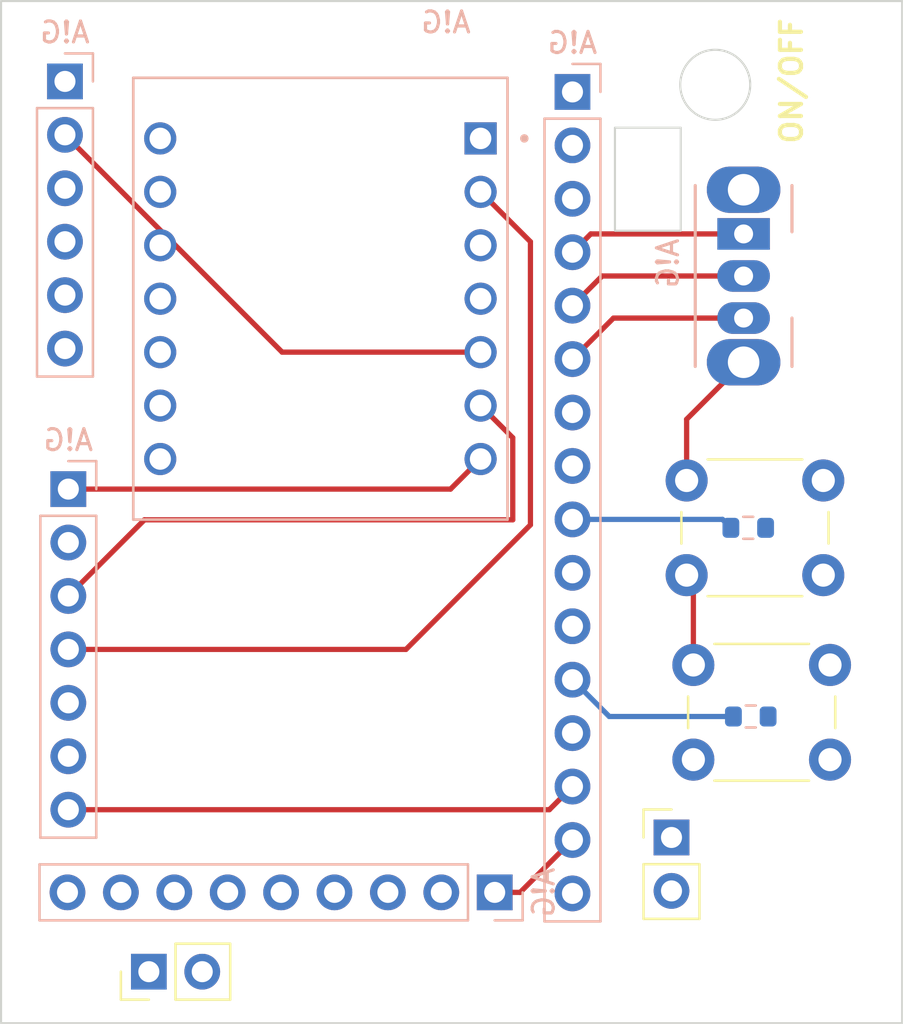
<source format=kicad_pcb>
(kicad_pcb (version 20221018) (generator pcbnew)
  (layers (0 "F.Cu" signal) (31 "B.Cu" signal) (34 "B.Paste" user) (35 "F.Paste" user) (36 "B.SilkS" user "B.Silkscreen") (37 "F.SilkS" user "F.Silkscreen") (38 "B.Mask" user) (39 "F.Mask" user) (44 "Edge.Cuts" user))
  (net 0 "")
  (footprint "Connector_PinHeader_2.54mm:PinHeader_1x02_P2.54mm_Vertical" (layer "F.Cu") (at 134.54 97.33 90)
    (fp_text reference "REF**" hide)
    (fp_text value "PinHeader_1x02_P2.54mm_Vertical" hide)
    (fp_line (start -1.33 -1.33) (end 0 -1.33) (stroke (width 0.12)) (layer "F.SilkS"))
    (fp_line (start -1.33 0) (end -1.33 -1.33) (stroke (width 0.12)) (layer "F.SilkS"))
    (fp_line (start -1.33 1.27) (end -1.33 3.87) (stroke (width 0.12)) (layer "F.SilkS"))
    (fp_line (start -1.33 1.27) (end 1.33 1.27) (stroke (width 0.12)) (layer "F.SilkS"))
    (fp_line (start -1.33 3.87) (end 1.33 3.87) (stroke (width 0.12)) (layer "F.SilkS"))
    (fp_line (start 1.33 1.27) (end 1.33 3.87) (stroke (width 0.12)) (layer "F.SilkS"))
    (pad "1" thru_hole rect (at 0 0 90) (size 1.7 1.7) (drill 1) (layers "*.Cu" "*.Mask"))
    (pad "2" thru_hole oval (at 0 2.54 90) (size 1.7 1.7) (drill 1) (layers "*.Cu" "*.Mask"))
  )
  (footprint "Button_Switch_THT:SW_PUSH_6mm_H7.3mm" (layer "F.Cu") (at 160.44 82.75)
    (fp_text reference "REF**" hide)
    (fp_text value "SW_PUSH_6mm_H7.3mm" hide)
    (fp_line (start -0.25 1.5) (end -0.25 3) (stroke (width 0.12)) (layer "F.SilkS"))
    (fp_line (start 1 5.5) (end 5.5 5.5) (stroke (width 0.12)) (layer "F.SilkS"))
    (fp_line (start 5.5 -1) (end 1 -1) (stroke (width 0.12)) (layer "F.SilkS"))
    (fp_line (start 6.75 3) (end 6.75 1.5) (stroke (width 0.12)) (layer "F.SilkS"))
    (pad "1" thru_hole circle (at 0 0 90) (size 2 2) (drill 1.1) (layers "*.Cu" "*.Mask"))
    (pad "1" thru_hole circle (at 6.5 0 90) (size 2 2) (drill 1.1) (layers "*.Cu" "*.Mask"))
    (pad "2" thru_hole circle (at 0 4.5 90) (size 2 2) (drill 1.1) (layers "*.Cu" "*.Mask"))
    (pad "2" thru_hole circle (at 6.5 4.5 90) (size 2 2) (drill 1.1) (layers "*.Cu" "*.Mask"))
  )
  (footprint "Button_Switch_THT:SW_PUSH_6mm_H7.3mm" (layer "F.Cu") (at 160.12 73.98)
    (fp_text reference "REF**" hide)
    (fp_text value "SW_PUSH_6mm_H7.3mm" hide)
    (fp_line (start -0.25 1.5) (end -0.25 3) (stroke (width 0.12)) (layer "F.SilkS"))
    (fp_line (start 1 5.5) (end 5.5 5.5) (stroke (width 0.12)) (layer "F.SilkS"))
    (fp_line (start 5.5 -1) (end 1 -1) (stroke (width 0.12)) (layer "F.SilkS"))
    (fp_line (start 6.75 3) (end 6.75 1.5) (stroke (width 0.12)) (layer "F.SilkS"))
    (pad "1" thru_hole circle (at 0 0 90) (size 2 2) (drill 1.1) (layers "*.Cu" "*.Mask"))
    (pad "1" thru_hole circle (at 6.5 0 90) (size 2 2) (drill 1.1) (layers "*.Cu" "*.Mask"))
    (pad "2" thru_hole circle (at 0 4.5 90) (size 2 2) (drill 1.1) (layers "*.Cu" "*.Mask"))
    (pad "2" thru_hole circle (at 6.5 4.5 90) (size 2 2) (drill 1.1) (layers "*.Cu" "*.Mask"))
  )
  (footprint "Connector_PinHeader_2.54mm:PinHeader_1x02_P2.54mm_Vertical" (layer "F.Cu") (at 159.4 90.95)
    (fp_text reference "REF**" hide)
    (fp_text value "PinHeader_1x02_P2.54mm_Vertical" hide)
    (fp_line (start -1.33 -1.33) (end 0 -1.33) (stroke (width 0.12)) (layer "F.SilkS"))
    (fp_line (start -1.33 0) (end -1.33 -1.33) (stroke (width 0.12)) (layer "F.SilkS"))
    (fp_line (start -1.33 1.27) (end -1.33 3.87) (stroke (width 0.12)) (layer "F.SilkS"))
    (fp_line (start -1.33 1.27) (end 1.33 1.27) (stroke (width 0.12)) (layer "F.SilkS"))
    (fp_line (start -1.33 3.87) (end 1.33 3.87) (stroke (width 0.12)) (layer "F.SilkS"))
    (fp_line (start 1.33 1.27) (end 1.33 3.87) (stroke (width 0.12)) (layer "F.SilkS"))
    (pad "1" thru_hole rect (at 0 0) (size 1.7 1.7) (drill 1) (layers "*.Cu" "*.Mask"))
    (pad "2" thru_hole oval (at 0 2.54) (size 1.7 1.7) (drill 1) (layers "*.Cu" "*.Mask"))
  )
  (footprint "Connector_PinHeader_2.54mm:PinHeader_1x16_P2.54mm_Vertical" (layer "B.Cu") (at 154.69 55.51 180)
    (fp_text reference "A!G" (at 0 2.33) (layer "B.SilkS") (effects (justify mirror)))
    (fp_text value "PinHeader_1x16_P2.54mm_Vertical" hide)
    (fp_line (start -1.33 -39.43) (end 1.33 -39.43) (stroke (width 0.12)) (layer "B.SilkS"))
    (fp_line (start -1.33 -1.27) (end -1.33 -39.43) (stroke (width 0.12)) (layer "B.SilkS"))
    (fp_line (start -1.33 -1.27) (end 1.33 -1.27) (stroke (width 0.12)) (layer "B.SilkS"))
    (fp_line (start -1.33 0) (end -1.33 1.33) (stroke (width 0.12)) (layer "B.SilkS"))
    (fp_line (start -1.33 1.33) (end 0 1.33) (stroke (width 0.12)) (layer "B.SilkS"))
    (fp_line (start 1.33 -1.27) (end 1.33 -39.43) (stroke (width 0.12)) (layer "B.SilkS"))
    (pad "1" thru_hole rect (at 0 0 180) (size 1.7 1.7) (drill 1) (layers "*.Cu" "*.Mask"))
    (pad "2" thru_hole oval (at 0 -2.54 180) (size 1.7 1.7) (drill 1) (layers "*.Cu" "*.Mask"))
    (pad "3" thru_hole oval (at 0 -5.08 180) (size 1.7 1.7) (drill 1) (layers "*.Cu" "*.Mask"))
    (pad "4" thru_hole oval (at 0 -7.62 180) (size 1.7 1.7) (drill 1) (layers "*.Cu" "*.Mask"))
    (pad "5" thru_hole oval (at 0 -10.16 180) (size 1.7 1.7) (drill 1) (layers "*.Cu" "*.Mask"))
    (pad "6" thru_hole oval (at 0 -12.7 180) (size 1.7 1.7) (drill 1) (layers "*.Cu" "*.Mask"))
    (pad "7" thru_hole oval (at 0 -15.24 180) (size 1.7 1.7) (drill 1) (layers "*.Cu" "*.Mask"))
    (pad "8" thru_hole oval (at 0 -17.78 180) (size 1.7 1.7) (drill 1) (layers "*.Cu" "*.Mask"))
    (pad "9" thru_hole oval (at 0 -20.32 180) (size 1.7 1.7) (drill 1) (layers "*.Cu" "*.Mask"))
    (pad "10" thru_hole oval (at 0 -22.86 180) (size 1.7 1.7) (drill 1) (layers "*.Cu" "*.Mask"))
    (pad "11" thru_hole oval (at 0 -25.4 180) (size 1.7 1.7) (drill 1) (layers "*.Cu" "*.Mask"))
    (pad "12" thru_hole oval (at 0 -27.94 180) (size 1.7 1.7) (drill 1) (layers "*.Cu" "*.Mask"))
    (pad "13" thru_hole oval (at 0 -30.48 180) (size 1.7 1.7) (drill 1) (layers "*.Cu" "*.Mask"))
    (pad "14" thru_hole oval (at 0 -33.02 180) (size 1.7 1.7) (drill 1) (layers "*.Cu" "*.Mask"))
    (pad "15" thru_hole oval (at 0 -35.56 180) (size 1.7 1.7) (drill 1) (layers "*.Cu" "*.Mask"))
    (pad "16" thru_hole oval (at 0 -38.1 180) (size 1.7 1.7) (drill 1) (layers "*.Cu" "*.Mask"))
  )
  (footprint "Connector_PinHeader_2.54mm:PinHeader_1x09_P2.54mm_Vertical" (layer "B.Cu") (at 150.99 93.56 90)
    (fp_text reference "A!G" (at 0 2.33 90) (layer "B.SilkS") (effects (justify mirror)))
    (fp_text value "PinHeader_1x09_P2.54mm_Vertical" hide)
    (fp_line (start -1.33 -21.65) (end 1.33 -21.65) (stroke (width 0.12)) (layer "B.SilkS"))
    (fp_line (start -1.33 -1.27) (end -1.33 -21.65) (stroke (width 0.12)) (layer "B.SilkS"))
    (fp_line (start -1.33 -1.27) (end 1.33 -1.27) (stroke (width 0.12)) (layer "B.SilkS"))
    (fp_line (start -1.33 0) (end -1.33 1.33) (stroke (width 0.12)) (layer "B.SilkS"))
    (fp_line (start -1.33 1.33) (end 0 1.33) (stroke (width 0.12)) (layer "B.SilkS"))
    (fp_line (start 1.33 -1.27) (end 1.33 -21.65) (stroke (width 0.12)) (layer "B.SilkS"))
    (pad "1" thru_hole rect (at 0 0 90) (size 1.7 1.7) (drill 1) (layers "*.Cu" "*.Mask"))
    (pad "2" thru_hole oval (at 0 -2.54 90) (size 1.7 1.7) (drill 1) (layers "*.Cu" "*.Mask"))
    (pad "3" thru_hole oval (at 0 -5.08 90) (size 1.7 1.7) (drill 1) (layers "*.Cu" "*.Mask"))
    (pad "4" thru_hole oval (at 0 -7.62 90) (size 1.7 1.7) (drill 1) (layers "*.Cu" "*.Mask"))
    (pad "5" thru_hole oval (at 0 -10.16 90) (size 1.7 1.7) (drill 1) (layers "*.Cu" "*.Mask"))
    (pad "6" thru_hole oval (at 0 -12.7 90) (size 1.7 1.7) (drill 1) (layers "*.Cu" "*.Mask"))
    (pad "7" thru_hole oval (at 0 -15.24 90) (size 1.7 1.7) (drill 1) (layers "*.Cu" "*.Mask"))
    (pad "8" thru_hole oval (at 0 -17.78 90) (size 1.7 1.7) (drill 1) (layers "*.Cu" "*.Mask"))
    (pad "9" thru_hole oval (at 0 -20.32 90) (size 1.7 1.7) (drill 1) (layers "*.Cu" "*.Mask"))
  )
  (footprint "xiao esp32:MODULE_102010388" (layer "B.Cu") (at 142.7 65.34 180)
    (fp_text reference "A!G" (at -5.975 13.135) (layer "B.SilkS") (effects (justify mirror)))
    (fp_text value "MODULE_102010388" hide)
    (fp_line (start -8.9 -10.5) (end 8.9 -10.5) (stroke (width 0.127)) (layer "B.SilkS"))
    (fp_line (start -8.9 10.5) (end -8.9 -10.5) (stroke (width 0.127)) (layer "B.SilkS"))
    (fp_line (start 8.9 -10.5) (end 8.9 10.5) (stroke (width 0.127)) (layer "B.SilkS"))
    (fp_line (start 8.9 10.5) (end -8.9 10.5) (stroke (width 0.127)) (layer "B.SilkS"))
    (fp_circle (center -9.7 7.62) (end -9.6 7.62) (stroke (width 0.2)) (fill none) (layer "B.SilkS"))
    (pad "1" thru_hole rect (at -7.62 7.62 180) (size 1.53 1.53) (drill 1.02) (layers "*.Cu" "*.Mask"))
    (pad "2" thru_hole circle (at -7.62 5.08 180) (size 1.53 1.53) (drill 1.02) (layers "*.Cu" "*.Mask"))
    (pad "3" thru_hole circle (at -7.62 2.54 180) (size 1.53 1.53) (drill 1.02) (layers "*.Cu" "*.Mask"))
    (pad "4" thru_hole circle (at -7.62 0 180) (size 1.53 1.53) (drill 1.02) (layers "*.Cu" "*.Mask"))
    (pad "5" thru_hole circle (at -7.62 -2.54 180) (size 1.53 1.53) (drill 1.02) (layers "*.Cu" "*.Mask"))
    (pad "6" thru_hole circle (at -7.62 -5.08 180) (size 1.53 1.53) (drill 1.02) (layers "*.Cu" "*.Mask"))
    (pad "7" thru_hole circle (at -7.62 -7.62 180) (size 1.53 1.53) (drill 1.02) (layers "*.Cu" "*.Mask"))
    (pad "8" thru_hole circle (at 7.62 -7.62 180) (size 1.53 1.53) (drill 1.02) (layers "*.Cu" "*.Mask"))
    (pad "9" thru_hole circle (at 7.62 -5.08 180) (size 1.53 1.53) (drill 1.02) (layers "*.Cu" "*.Mask"))
    (pad "10" thru_hole circle (at 7.62 -2.54 180) (size 1.53 1.53) (drill 1.02) (layers "*.Cu" "*.Mask"))
    (pad "11" thru_hole circle (at 7.62 0 180) (size 1.53 1.53) (drill 1.02) (layers "*.Cu" "*.Mask"))
    (pad "12" thru_hole circle (at 7.62 2.54 180) (size 1.53 1.53) (drill 1.02) (layers "*.Cu" "*.Mask"))
    (pad "13" thru_hole circle (at 7.62 5.08 180) (size 1.53 1.53) (drill 1.02) (layers "*.Cu" "*.Mask"))
    (pad "14" thru_hole circle (at 7.62 7.62 180) (size 1.53 1.53) (drill 1.02) (layers "*.Cu" "*.Mask"))
  )
  (footprint "Resistor_SMD:R_0603_1608Metric" (layer "B.Cu") (at 163.17 85.2 180)
    (fp_text reference "REF**" hide)
    (fp_text value "R_0603_1608Metric" hide)
    (fp_line (start -0.237258 -0.5225) (end 0.237258 -0.5225) (stroke (width 0.12)) (layer "B.SilkS"))
    (fp_line (start -0.237258 0.5225) (end 0.237258 0.5225) (stroke (width 0.12)) (layer "B.SilkS"))
    (pad "1" smd roundrect (at -0.825 0 180) (size 0.8 0.95) (layers "B.Cu" "B.Paste" "B.Mask"))
    (pad "2" smd roundrect (at 0.825 0 180) (size 0.8 0.95) (layers "B.Cu" "B.Paste" "B.Mask"))
  )
  (footprint "Connector_PinHeader_2.54mm:PinHeader_1x06_P2.54mm_Vertical" (layer "B.Cu") (at 130.55 55.01 180)
    (fp_text reference "A!G" (at 0 2.33) (layer "B.SilkS") (effects (justify mirror)))
    (fp_text value "PinHeader_1x06_P2.54mm_Vertical" hide)
    (fp_line (start -1.33 -14.03) (end 1.33 -14.03) (stroke (width 0.12)) (layer "B.SilkS"))
    (fp_line (start -1.33 -1.27) (end -1.33 -14.03) (stroke (width 0.12)) (layer "B.SilkS"))
    (fp_line (start -1.33 -1.27) (end 1.33 -1.27) (stroke (width 0.12)) (layer "B.SilkS"))
    (fp_line (start -1.33 0) (end -1.33 1.33) (stroke (width 0.12)) (layer "B.SilkS"))
    (fp_line (start -1.33 1.33) (end 0 1.33) (stroke (width 0.12)) (layer "B.SilkS"))
    (fp_line (start 1.33 -1.27) (end 1.33 -14.03) (stroke (width 0.12)) (layer "B.SilkS"))
    (pad "1" thru_hole rect (at 0 0 180) (size 1.7 1.7) (drill 1) (layers "*.Cu" "*.Mask"))
    (pad "2" thru_hole oval (at 0 -2.54 180) (size 1.7 1.7) (drill 1) (layers "*.Cu" "*.Mask"))
    (pad "3" thru_hole oval (at 0 -5.08 180) (size 1.7 1.7) (drill 1) (layers "*.Cu" "*.Mask"))
    (pad "4" thru_hole oval (at 0 -7.62 180) (size 1.7 1.7) (drill 1) (layers "*.Cu" "*.Mask"))
    (pad "5" thru_hole oval (at 0 -10.16 180) (size 1.7 1.7) (drill 1) (layers "*.Cu" "*.Mask"))
    (pad "6" thru_hole oval (at 0 -12.7 180) (size 1.7 1.7) (drill 1) (layers "*.Cu" "*.Mask"))
  )
  (footprint "Resistor_SMD:R_0603_1608Metric" (layer "B.Cu") (at 163.05 76.23 180)
    (fp_text reference "REF**" hide)
    (fp_text value "R_0603_1608Metric" hide)
    (fp_line (start -0.237258 -0.5225) (end 0.237258 -0.5225) (stroke (width 0.12)) (layer "B.SilkS"))
    (fp_line (start -0.237258 0.5225) (end 0.237258 0.5225) (stroke (width 0.12)) (layer "B.SilkS"))
    (pad "1" smd roundrect (at -0.825 0 180) (size 0.8 0.95) (layers "B.Cu" "B.Paste" "B.Mask"))
    (pad "2" smd roundrect (at 0.825 0 180) (size 0.8 0.95) (layers "B.Cu" "B.Paste" "B.Mask"))
  )
  (footprint "Connector_PinHeader_2.54mm:PinHeader_1x07_P2.54mm_Vertical" (layer "B.Cu") (at 130.71 74.39 180)
    (fp_text reference "A!G" (at 0 2.33) (layer "B.SilkS") (effects (justify mirror)))
    (fp_text value "PinHeader_1x07_P2.54mm_Vertical" hide)
    (fp_line (start -1.33 -16.57) (end 1.33 -16.57) (stroke (width 0.12)) (layer "B.SilkS"))
    (fp_line (start -1.33 -1.27) (end -1.33 -16.57) (stroke (width 0.12)) (layer "B.SilkS"))
    (fp_line (start -1.33 -1.27) (end 1.33 -1.27) (stroke (width 0.12)) (layer "B.SilkS"))
    (fp_line (start -1.33 0) (end -1.33 1.33) (stroke (width 0.12)) (layer "B.SilkS"))
    (fp_line (start -1.33 1.33) (end 0 1.33) (stroke (width 0.12)) (layer "B.SilkS"))
    (fp_line (start 1.33 -1.27) (end 1.33 -16.57) (stroke (width 0.12)) (layer "B.SilkS"))
    (pad "1" thru_hole rect (at 0 0 180) (size 1.7 1.7) (drill 1) (layers "*.Cu" "*.Mask"))
    (pad "2" thru_hole oval (at 0 -2.54 180) (size 1.7 1.7) (drill 1) (layers "*.Cu" "*.Mask"))
    (pad "3" thru_hole oval (at 0 -5.08 180) (size 1.7 1.7) (drill 1) (layers "*.Cu" "*.Mask"))
    (pad "4" thru_hole oval (at 0 -7.62 180) (size 1.7 1.7) (drill 1) (layers "*.Cu" "*.Mask"))
    (pad "5" thru_hole oval (at 0 -10.16 180) (size 1.7 1.7) (drill 1) (layers "*.Cu" "*.Mask"))
    (pad "6" thru_hole oval (at 0 -12.7 180) (size 1.7 1.7) (drill 1) (layers "*.Cu" "*.Mask"))
    (pad "7" thru_hole oval (at 0 -15.24 180) (size 1.7 1.7) (drill 1) (layers "*.Cu" "*.Mask"))
  )
  (footprint "Button_Switch_THT:SW_CuK_OS102011MA1QN1_SPDT_Angled" (layer "B.Cu") (at 162.83 62.26 -90)
    (fp_text reference "A!G" (at 1.4 3.6 90) (layer "B.SilkS") (effects (justify mirror)))
    (fp_text value "SW_CuK_OS102011MA1QN1_SPDT_Angled" hide)
    (fp_line (start -2.3 -2.3) (end -0.1 -2.3) (stroke (width 0.15)) (layer "B.SilkS"))
    (fp_line (start -2.3 2.3) (end 6.3 2.3) (stroke (width 0.15)) (layer "B.SilkS"))
    (fp_line (start 4 -2.3) (end 6.3 -2.3) (stroke (width 0.15)) (layer "B.SilkS"))
    (pad "" thru_hole oval (at -2.1 0 270) (size 2.2 3.5) (drill 1.5) (layers "*.Cu" "*.Mask"))
    (pad "" thru_hole oval (at 6.1 0 270) (size 2.2 3.5) (drill 1.5) (layers "*.Cu" "*.Mask"))
    (pad "1" thru_hole rect (at 0 0 270) (size 1.5 2.5) (drill 0.9) (layers "*.Cu" "*.Mask"))
    (pad "2" thru_hole oval (at 2 0 270) (size 1.5 2.5) (drill 0.9) (layers "*.Cu" "*.Mask"))
    (pad "3" thru_hole oval (at 4 0 270) (size 1.5 2.5) (drill 0.9) (layers "*.Cu" "*.Mask"))
  )
  (gr_rect (start 156.71 57.21) (end 159.84 62.11) (stroke (width 0.1)) (fill none) (layer "Edge.Cuts"))
  (gr_rect (start 127.51 51.19) (end 170.37 99.78) (stroke (width 0.1)) (fill none) (layer "Edge.Cuts"))
  (gr_circle (center 161.48 55.17) (end 163.144692 55.17) (stroke (width 0.1)) (fill none) (layer "Edge.Cuts"))
  (gr_text "ON/OFF" (at 165.69 58.07 90) (layer "F.SilkS") (effects (font (size 1 1) (thickness 0.2) bold) (justify left bottom)))
  (segment (start 162.83 64.26) (end 156.1 64.26) (width 0.25) (layer "F.Cu") (net 0))
  (segment (start 156.1 64.26) (end 154.69 65.67) (width 0.25) (layer "F.Cu") (net 0))
  (segment (start 152.69 76.09) (end 152.69 62.63) (width 0.25) (layer "F.Cu") (net 0))
  (segment (start 151.85 71.95) (end 150.32 70.42) (width 0.25) (layer "F.Cu") (net 0))
  (segment (start 151.85 75.85) (end 151.85 71.95) (width 0.25) (layer "F.Cu") (net 0))
  (segment (start 130.71 89.63) (end 153.59 89.63) (width 0.25) (layer "F.Cu") (net 0))
  (segment (start 150.99 93.56) (end 152.2 93.56) (width 0.25) (layer "F.Cu") (net 0))
  (segment (start 156.64 66.26) (end 154.69 68.21) (width 0.25) (layer "F.Cu") (net 0))
  (segment (start 162.83 62.26) (end 155.56 62.26) (width 0.25) (layer "F.Cu") (net 0))
  (segment (start 146.77 82.01) (end 152.69 76.09) (width 0.25) (layer "F.Cu") (net 0))
  (segment (start 130.71 74.39) (end 148.89 74.39) (width 0.25) (layer "F.Cu") (net 0))
  (segment (start 140.88 67.88) (end 150.32 67.88) (width 0.25) (layer "F.Cu") (net 0))
  (segment (start 152.2 93.56) (end 154.69 91.07) (width 0.25) (layer "F.Cu") (net 0))
  (segment (start 160.44 78.8) (end 160.12 78.48) (width 0.25) (layer "F.Cu") (net 0))
  (segment (start 148.89 74.39) (end 150.32 72.96) (width 0.25) (layer "F.Cu") (net 0))
  (segment (start 160.12 73.98) (end 160.12 71.07) (width 0.25) (layer "F.Cu") (net 0))
  (segment (start 130.71 82.01) (end 146.77 82.01) (width 0.25) (layer "F.Cu") (net 0))
  (segment (start 160.12 71.07) (end 162.83 68.36) (width 0.25) (layer "F.Cu") (net 0))
  (segment (start 152.69 62.63) (end 150.32 60.26) (width 0.25) (layer "F.Cu") (net 0))
  (segment (start 155.56 62.26) (end 154.69 63.13) (width 0.25) (layer "F.Cu") (net 0))
  (segment (start 153.59 89.63) (end 154.69 88.53) (width 0.25) (layer "F.Cu") (net 0))
  (segment (start 162.83 66.26) (end 156.64 66.26) (width 0.25) (layer "F.Cu") (net 0))
  (segment (start 130.55 57.55) (end 140.88 67.88) (width 0.25) (layer "F.Cu") (net 0))
  (segment (start 134.33 75.85) (end 151.85 75.85) (width 0.25) (layer "F.Cu") (net 0))
  (segment (start 130.71 79.47) (end 134.33 75.85) (width 0.25) (layer "F.Cu") (net 0))
  (segment (start 160.44 82.75) (end 160.44 78.8) (width 0.25) (layer "F.Cu") (net 0))
  (segment (start 156.44 85.2) (end 154.69 83.45) (width 0.25) (layer "B.Cu") (net 0))
  (segment (start 162.225 76.23) (end 161.825 75.83) (width 0.25) (layer "B.Cu") (net 0))
  (segment (start 162.345 85.2) (end 156.44 85.2) (width 0.25) (layer "B.Cu") (net 0))
  (segment (start 161.825 75.83) (end 154.69 75.83) (width 0.25) (layer "B.Cu") (net 0))
)
</source>
